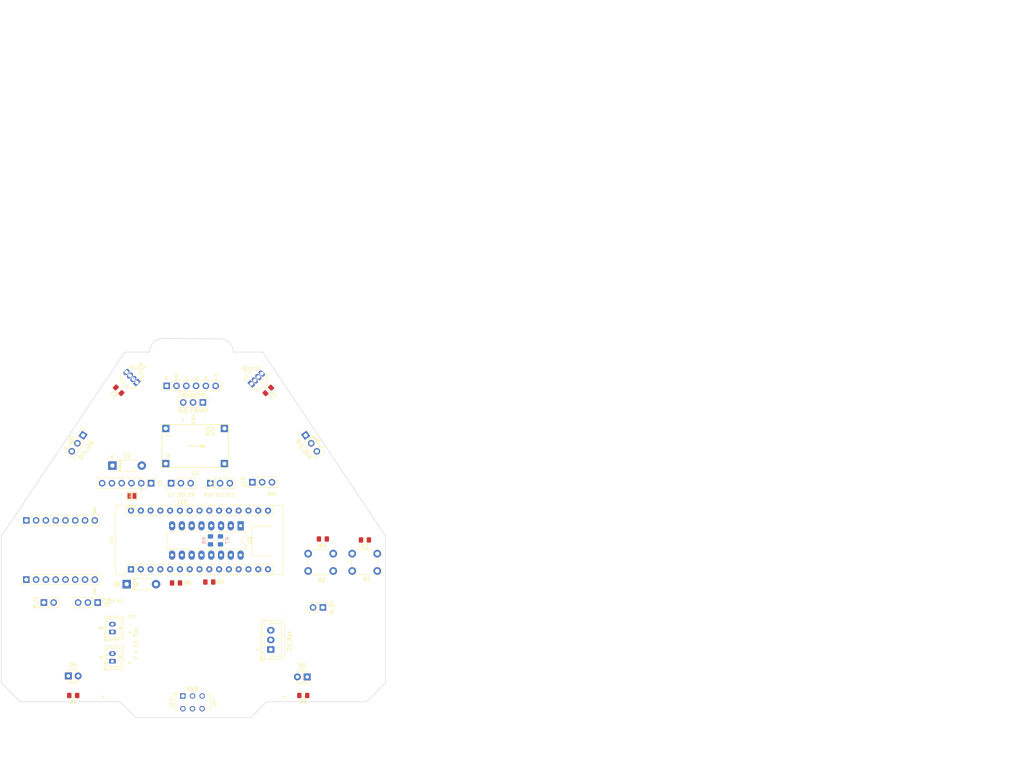
<source format=kicad_pcb>
(kicad_pcb (version 20171130) (host pcbnew "(5.0.1)-4")
  (layers (0 F.Cu signal) (31 B.Cu signal) (34 B.Paste user) (35 F.Paste user) (36 B.SilkS user) (37 F.SilkS user) (38 B.Mask user) (39 F.Mask user) (44 Edge.Cuts user))
  (net 0 "")
  (net 1 GND)
  (net 2 +5V)
  (net 3 NEO)
  (net 4 "Net-(D1-Pad1)")
  (net 5 BT_TX)
  (net 6 "Net-(D2-Pad1)")
  (net 7 "Net-(D3-Pad1)")
  (net 8 LED_R)
  (net 9 "Net-(D4-Pad2)")
  (net 10 "Net-(D5-Pad2)")
  (net 11 LED_G)
  (net 12 BAT)
  (net 13 "Net-(J1-Pad1)")
  (net 14 BT_RX)
  (net 15 "Net-(J1-Pad6)")
  (net 16 M_DER_+)
  (net 17 M_DER_-)
  (net 18 M_IZQ_-)
  (net 19 M_IZQ_+)
  (net 20 VBAT)
  (net 21 PWM_IZQ)
  (net 22 DIR_IZQ_2)
  (net 23 DIR_IZQ_1)
  (net 24 STBY_MOT)
  (net 25 DIR_DER_1)
  (net 26 DIR_DER_2)
  (net 27 PWM_DER)
  (net 28 "Net-(J6-Pad2)")
  (net 29 LINEA_SEL)
  (net 30 LINEA_3)
  (net 31 LINEA_2)
  (net 32 LINEA_1)
  (net 33 "Net-(J8-Pad2)")
  (net 34 D9)
  (net 35 D8)
  (net 36 D7)
  (net 37 D10)
  (net 38 D11)
  (net 39 D13)
  (net 40 A1)
  (net 41 DIST_IZQ)
  (net 42 DIST_FRONT)
  (net 43 DIST_DCHA)
  (net 44 VCC)
  (net 45 VDD)
  (net 46 B1)
  (net 47 B2)
  (net 48 I2C_SDA)
  (net 49 I2C_SCL)
  (net 50 "Net-(SW3-Pad1)")
  (net 51 "Net-(SW3-Pad4)")
  (net 52 "Net-(U1-Pad17)")
  (net 53 "Net-(U1-Pad18)")
  (net 54 "Net-(U1-Pad3)")
  (net 55 "Net-(U1-Pad28)")
  (net 56 "Net-(U3-Pad13)")
  (module MountingHole:MountingHole_2.2mm_M2 (layer F.Cu) (at 220.345 63.754)
    (fp_text reference REF** hide)
    (fp_text value MountingHole_2.2mm_M2 hide)
    (pad 1 np_thru_hole circle (at 0 0) (size 2.2 2.2) (drill 2.2) (layers *.Cu *.Mask))
  )
  (module MountingHole:MountingHole_2.2mm_M2 (layer F.Cu) (at 241.3 134.62)
    (fp_text reference REF** hide)
    (fp_text value MountingHole_2.2mm_M2 hide)
    (pad 1 np_thru_hole circle (at 0 0) (size 2.2 2.2) (drill 2.2) (layers *.Cu *.Mask))
  )
  (module MountingHole:MountingHole_2.2mm_M2 (layer F.Cu) (at 233.426 84.709)
    (fp_text reference REF** hide)
    (fp_text value MountingHole_2.2mm_M2 hide)
    (pad 1 np_thru_hole circle (at 0 0) (size 2.2 2.2) (drill 2.2) (layers *.Cu *.Mask))
  )
  (module MountingHole:MountingHole_2.2mm_M2 (layer F.Cu) (at 218.44 134.747)
    (fp_text reference REF** hide)
    (fp_text value MountingHole_2.2mm_M2 hide)
    (pad 1 np_thru_hole circle (at 0 0) (size 2.2 2.2) (drill 2.2) (layers *.Cu *.Mask))
  )
  (module MountingHole:MountingHole_2.2mm_M2 (layer F.Cu) (at 218.313 110.617)
    (fp_text reference REF** hide)
    (fp_text value MountingHole_2.2mm_M2 hide)
    (pad 1 np_thru_hole circle (at 0 0) (size 2.2 2.2) (drill 2.2) (layers *.Cu *.Mask))
  )
  (module MountingHole:MountingHole_2.2mm_M2 (layer F.Cu) (at 184.404 110.744)
    (fp_text reference REF** hide)
    (fp_text value MountingHole_2.2mm_M2 hide)
    (pad 1 np_thru_hole circle (at 0 0) (size 2.2 2.2) (drill 2.2) (layers *.Cu *.Mask))
  )
  (module MountingHole:MountingHole_2.2mm_M2 (layer F.Cu) (at 247.396 112.268)
    (fp_text reference REF** hide)
    (fp_text value MountingHole_2.2mm_M2 hide)
    (pad 1 np_thru_hole circle (at 0 0) (size 2.2 2.2) (drill 2.2) (layers *.Cu *.Mask))
  )
  (module MountingHole:MountingHole_2.2mm_M2 (layer F.Cu) (at 247.269 130.302)
    (fp_text reference REF** hide)
    (fp_text value MountingHole_2.2mm_M2 hide)
    (pad 1 np_thru_hole circle (at 0 0) (size 2.2 2.2) (drill 2.2) (layers *.Cu *.Mask))
  )
  (module MountingHole:MountingHole_2.2mm_M2 (layer F.Cu) (at 184.404 134.874)
    (fp_text reference REF** hide)
    (fp_text value MountingHole_2.2mm_M2 hide)
    (pad 1 np_thru_hole circle (at 0 0) (size 2.2 2.2) (drill 2.2) (layers *.Cu *.Mask))
  )
  (module MountingHole:MountingHole_2.2mm_M2 (layer F.Cu) (at 161.417 134.747)
    (fp_text reference REF** hide)
    (fp_text value MountingHole_2.2mm_M2 hide)
    (pad 1 np_thru_hole circle (at 0 0) (size 2.2 2.2) (drill 2.2) (layers *.Cu *.Mask))
  )
  (module MountingHole:MountingHole_2.2mm_M2 (layer F.Cu) (at 155.321 130.048)
    (fp_text reference REF** hide)
    (fp_text value MountingHole_2.2mm_M2 hide)
    (pad 1 np_thru_hole circle (at 0 0) (size 2.2 2.2) (drill 2.2) (layers *.Cu *.Mask))
  )
  (module MountingHole:MountingHole_2.2mm_M2 (layer F.Cu) (at 155.321 112.141)
    (fp_text reference REF** hide)
    (fp_text value MountingHole_2.2mm_M2 hide)
    (pad 1 np_thru_hole circle (at 0 0) (size 2.2 2.2) (drill 2.2) (layers *.Cu *.Mask))
  )
  (module MountingHole:MountingHole_2.2mm_M2 (layer F.Cu) (at 169.291 84.709)
    (fp_text reference REF** hide)
    (fp_text value MountingHole_2.2mm_M2 hide)
    (pad 1 np_thru_hole circle (at 0 0) (size 2.2 2.2) (drill 2.2) (layers *.Cu *.Mask))
  )
  (module MountingHole:MountingHole_2.2mm_M2 (layer F.Cu) (at 182.372 63.754)
    (fp_text reference REF** hide)
    (fp_text value MountingHole_2.2mm_M2 hide)
    (pad 1 np_thru_hole circle (at 0 0) (size 2.2 2.2) (drill 2.2) (layers *.Cu *.Mask))
  )
  (module MountingHole:MountingHole_2.2mm_M2 (layer F.Cu) (at 208.28 46.736)
    (fp_text reference REF** hide)
    (fp_text value MountingHole_2.2mm_M2 hide)
    (pad 1 np_thru_hole circle (at 0 0) (size 2.2 2.2) (drill 2.2) (layers *.Cu *.Mask))
  )
  (module Capacitor_SMD:C_0805_2012Metric_Pad1.15x1.40mm_HandSolder (layer F.Cu) (at 181.9656 56.642 135)
    (fp_text reference C1 (at 0 -1.65 135) (layer F.SilkS))
    (fp_text value 100nF)
    (pad 1 smd roundrect (at -1.024999 0 135) (size 1.15 1.4) (layers F.Cu F.Paste F.Mask) (roundrect_rratio 0.217391) (net 1 GND))
    (pad 2 smd roundrect (at 1.024999 0 135) (size 1.15 1.4) (layers F.Cu F.Paste F.Mask) (roundrect_rratio 0.217391) (net 2 +5V))
  )
  (module Capacitor_SMD:C_0805_2012Metric_Pad1.15x1.40mm_HandSolder (layer F.Cu) (at 220.790384 56.679216 45)
    (fp_text reference C2 (at -0.109013 1.814012 45) (layer F.SilkS))
    (fp_text value 100nF)
    (pad 2 smd roundrect (at 1.024999 0 45) (size 1.15 1.4) (layers F.Cu F.Paste F.Mask) (roundrect_rratio 0.217391) (net 2 +5V))
    (pad 1 smd roundrect (at -1.024999 0 45) (size 1.15 1.4) (layers F.Cu F.Paste F.Mask) (roundrect_rratio 0.217391) (net 1 GND))
  )
  (module LED_THT:LED_D5.0mm-4_RGB (layer F.Cu) (at 216.408 54.991 45)
    (fp_text reference D1 (at 1.905 -3.96 45) (layer F.SilkS))
    (fp_text value NEO1)
    (pad 4 thru_hole oval (at 3.81 0 45) (size 1.07 1.8) (drill 0.9) (layers *.Cu *.Mask) (net 3 NEO))
    (pad 3 thru_hole oval (at 2.54 0 45) (size 1.07 1.8) (drill 0.9) (layers *.Cu *.Mask) (net 2 +5V))
    (pad 2 thru_hole oval (at 1.270001 0 45) (size 1.07 1.8) (drill 0.9) (layers *.Cu *.Mask) (net 1 GND))
    (pad 1 thru_hole rect (at 0 0 45) (size 1.07 1.8) (drill 0.9) (layers *.Cu *.Mask) (net 4 "Net-(D1-Pad1)"))
  )
  (module Diode_THT:D_DO-41_SOD81_P7.62mm_Horizontal (layer F.Cu) (at 180.34 76.2)
    (fp_text reference D2 (at 3.81 -2.47) (layer F.SilkS))
    (fp_text value 1N4148)
    (fp_text user K (at 0 -2.1) (layer F.SilkS))
    (pad 2 thru_hole oval (at 7.62 0) (size 2.2 2.2) (drill 1.1) (layers *.Cu *.Mask) (net 5 BT_TX))
    (pad 1 thru_hole rect (at 0 0) (size 2.2 2.2) (drill 1.1) (layers *.Cu *.Mask) (net 6 "Net-(D2-Pad1)"))
  )
  (module LED_THT:LED_D5.0mm-4_RGB (layer F.Cu) (at 186.69 54.61 135)
    (fp_text reference D3 (at 2.065459 3.86151 135) (layer F.SilkS))
    (fp_text value NEO2)
    (pad 1 thru_hole rect (at 0 0 135) (size 1.07 1.8) (drill 0.9) (layers *.Cu *.Mask) (net 7 "Net-(D3-Pad1)"))
    (pad 2 thru_hole oval (at 1.270001 0 135) (size 1.07 1.8) (drill 0.9) (layers *.Cu *.Mask) (net 1 GND))
    (pad 3 thru_hole oval (at 2.54 0 135) (size 1.07 1.8) (drill 0.9) (layers *.Cu *.Mask) (net 2 +5V))
    (pad 4 thru_hole oval (at 3.81 0 135) (size 1.07 1.8) (drill 0.9) (layers *.Cu *.Mask) (net 4 "Net-(D1-Pad1)"))
  )
  (module LED_THT:LED_D3.0mm (layer F.Cu) (at 168.91 130.81)
    (fp_text reference D4 (at 1.27 -2.96) (layer F.SilkS))
    (fp_text value ROJO)
    (pad 1 thru_hole rect (at 0 0) (size 1.8 1.8) (drill 0.9) (layers *.Cu *.Mask) (net 8 LED_R))
    (pad 2 thru_hole circle (at 2.54 0) (size 1.8 1.8) (drill 0.9) (layers *.Cu *.Mask) (net 9 "Net-(D4-Pad2)"))
  )
  (module LED_THT:LED_D3.0mm (layer F.Cu) (at 230.886 131.064 180)
    (fp_text reference D5 (at 1.27 2.921 180) (layer F.SilkS))
    (fp_text value VERDE)
    (pad 2 thru_hole circle (at 2.54 0 180) (size 1.8 1.8) (drill 0.9) (layers *.Cu *.Mask) (net 10 "Net-(D5-Pad2)"))
    (pad 1 thru_hole rect (at 0 0 180) (size 1.8 1.8) (drill 0.9) (layers *.Cu *.Mask) (net 11 LED_G))
  )
  (module Diode_THT:D_DO-41_SOD81_P7.62mm_Horizontal (layer F.Cu) (at 184.0484 106.9848)
    (fp_text reference D6 (at -2.5654 -0.0508) (layer F.SilkS))
    (fp_text value 1N4001)
    (fp_text user K (at 2.7686 0.0762) (layer F.SilkS))
    (pad 1 thru_hole rect (at 0 0) (size 2.2 2.2) (drill 1.1) (layers *.Cu *.Mask) (net 2 +5V))
    (pad 2 thru_hole oval (at 7.62 0) (size 2.2 2.2) (drill 1.1) (layers *.Cu *.Mask) (net 12 BAT))
  )
  (module Connector_PinHeader_2.54mm:PinHeader_1x06_P2.54mm_Vertical (layer F.Cu) (at 190.373 80.772 270)
    (fp_text reference J1 (at 0 -2.33 270) (layer F.SilkS))
    (fp_text value HC-05)
    (pad 1 thru_hole rect (at 0 0 270) (size 1.7 1.7) (drill 1) (layers *.Cu *.Mask) (net 13 "Net-(J1-Pad1)"))
    (pad 2 thru_hole oval (at 0 2.54 270) (size 1.7 1.7) (drill 1) (layers *.Cu *.Mask) (net 2 +5V))
    (pad 3 thru_hole oval (at 0 5.08 270) (size 1.7 1.7) (drill 1) (layers *.Cu *.Mask) (net 1 GND))
    (pad 4 thru_hole oval (at 0 7.62 270) (size 1.7 1.7) (drill 1) (layers *.Cu *.Mask) (net 6 "Net-(D2-Pad1)"))
    (pad 5 thru_hole oval (at 0 10.16 270) (size 1.7 1.7) (drill 1) (layers *.Cu *.Mask) (net 14 BT_RX))
    (pad 6 thru_hole oval (at 0 12.7 270) (size 1.7 1.7) (drill 1) (layers *.Cu *.Mask) (net 15 "Net-(J1-Pad6)"))
  )
  (module Connector_PinHeader_2.54mm:PinHeader_1x08_P2.54mm_Vertical (layer F.Cu) (at 158.005527 105.793265 90)
    (fp_text reference J2 hide)
    (fp_text value TB6612FNG_A)
    (pad 8 thru_hole oval (at 0 17.78 90) (size 1.7 1.7) (drill 1) (layers *.Cu *.Mask) (net 1 GND))
    (pad 7 thru_hole oval (at 0 15.24 90) (size 1.7 1.7) (drill 1) (layers *.Cu *.Mask) (net 16 M_DER_+))
    (pad 6 thru_hole oval (at 0 12.7 90) (size 1.7 1.7) (drill 1) (layers *.Cu *.Mask) (net 17 M_DER_-))
    (pad 5 thru_hole oval (at 0 10.16 90) (size 1.7 1.7) (drill 1) (layers *.Cu *.Mask) (net 18 M_IZQ_-))
    (pad 4 thru_hole oval (at 0 7.62 90) (size 1.7 1.7) (drill 1) (layers *.Cu *.Mask) (net 19 M_IZQ_+))
    (pad 3 thru_hole oval (at 0 5.08 90) (size 1.7 1.7) (drill 1) (layers *.Cu *.Mask) (net 1 GND))
    (pad 2 thru_hole oval (at 0 2.54 90) (size 1.7 1.7) (drill 1) (layers *.Cu *.Mask) (net 2 +5V))
    (pad 1 thru_hole rect (at 0 0 90) (size 1.7 1.7) (drill 1) (layers *.Cu *.Mask) (net 20 VBAT))
  )
  (module Connector_PinHeader_2.54mm:PinHeader_1x02_P2.54mm_Vertical (layer F.Cu) (at 162.56 111.76 90)
    (fp_text reference M_Iz (at 0 -2.33 90) (layer F.SilkS))
    (fp_text value MOT_IZQ)
    (pad 2 thru_hole oval (at 0 2.54 90) (size 1.7 1.7) (drill 1) (layers *.Cu *.Mask) (net 19 M_IZQ_+))
    (pad 1 thru_hole rect (at 0 0 90) (size 1.7 1.7) (drill 1) (layers *.Cu *.Mask) (net 18 M_IZQ_-))
  )
  (module Connector_PinHeader_2.54mm:PinHeader_1x02_P2.54mm_Vertical (layer F.Cu) (at 234.95 113.03 270)
    (fp_text reference M_Dr (at 0 -2.33 270) (layer F.SilkS))
    (fp_text value MOT_DER)
    (pad 1 thru_hole rect (at 0 0 270) (size 1.7 1.7) (drill 1) (layers *.Cu *.Mask) (net 17 M_DER_-))
    (pad 2 thru_hole oval (at 0 2.54 270) (size 1.7 1.7) (drill 1) (layers *.Cu *.Mask) (net 16 M_DER_+))
  )
  (module Connector_PinHeader_2.54mm:PinHeader_1x08_P2.54mm_Vertical (layer F.Cu) (at 158.005527 90.426266 90)
    (fp_text reference J5 hide)
    (fp_text value TB6612FNG_B)
    (pad 1 thru_hole rect (at 0 0 90) (size 1.7 1.7) (drill 1) (layers *.Cu *.Mask) (net 21 PWM_IZQ))
    (pad 2 thru_hole oval (at 0 2.54 90) (size 1.7 1.7) (drill 1) (layers *.Cu *.Mask) (net 22 DIR_IZQ_2))
    (pad 3 thru_hole oval (at 0 5.08 90) (size 1.7 1.7) (drill 1) (layers *.Cu *.Mask) (net 23 DIR_IZQ_1))
    (pad 4 thru_hole oval (at 0 7.62 90) (size 1.7 1.7) (drill 1) (layers *.Cu *.Mask) (net 24 STBY_MOT))
    (pad 5 thru_hole oval (at 0 10.16 90) (size 1.7 1.7) (drill 1) (layers *.Cu *.Mask) (net 25 DIR_DER_1))
    (pad 6 thru_hole oval (at 0 12.7 90) (size 1.7 1.7) (drill 1) (layers *.Cu *.Mask) (net 26 DIR_DER_2))
    (pad 7 thru_hole oval (at 0 15.24 90) (size 1.7 1.7) (drill 1) (layers *.Cu *.Mask) (net 27 PWM_DER))
    (pad 8 thru_hole oval (at 0 17.78 90) (size 1.7 1.7) (drill 1) (layers *.Cu *.Mask) (net 1 GND))
  )
  (module Connector_JST:JST_XH_B03B-XH-A_1x03_P2.50mm_Vertical (layer F.Cu) (at 221.4372 123.952 90)
    (fp_text reference 2S_Bat (at 2.159 4.8768 90) (layer F.SilkS))
    (fp_text value LIPO_2S)
    (pad 1 thru_hole roundrect (at 0 0 90) (size 1.7 1.95) (drill 0.95) (layers *.Cu *.Mask) (roundrect_rratio 0.147059) (net 20 VBAT))
    (pad 2 thru_hole oval (at 2.5 0 90) (size 1.7 1.95) (drill 0.95) (layers *.Cu *.Mask) (net 28 "Net-(J6-Pad2)"))
    (pad 3 thru_hole oval (at 5 0 90) (size 1.7 1.95) (drill 0.95) (layers *.Cu *.Mask) (net 1 GND))
  )
  (module Connector_PinHeader_2.54mm:PinHeader_1x06_P2.54mm_Vertical (layer F.Cu) (at 194.437 55.499 90)
    (fp_text reference Sensores (at -2.159 6.477 180) (layer F.SilkS))
    (fp_text value Sensores_linea)
    (pad 6 thru_hole oval (at 0 12.7 90) (size 1.7 1.7) (drill 1) (layers *.Cu *.Mask) (net 29 LINEA_SEL))
    (pad 5 thru_hole oval (at 0 10.16 90) (size 1.7 1.7) (drill 1) (layers *.Cu *.Mask) (net 30 LINEA_3))
    (pad 4 thru_hole oval (at 0 7.62 90) (size 1.7 1.7) (drill 1) (layers *.Cu *.Mask) (net 31 LINEA_2))
    (pad 3 thru_hole oval (at 0 5.08 90) (size 1.7 1.7) (drill 1) (layers *.Cu *.Mask) (net 32 LINEA_1))
    (pad 2 thru_hole oval (at 0 2.54 90) (size 1.7 1.7) (drill 1) (layers *.Cu *.Mask) (net 1 GND))
    (pad 1 thru_hole rect (at 0 0 90) (size 1.7 1.7) (drill 1) (layers *.Cu *.Mask) (net 2 +5V))
  )
  (module Connector_JST:JST_PH_B2B-PH-K_1x02_P2.00mm_Vertical (layer F.Cu) (at 180.34 127 90)
    (fp_text reference A (at 1 -2.9 90) (layer F.SilkS))
    (fp_text value LIPO_1S_A)
    (pad 1 thru_hole roundrect (at 0 0 90) (size 1.2 1.75) (drill 0.75) (layers *.Cu *.Mask) (roundrect_rratio 0.208333) (net 20 VBAT))
    (pad 2 thru_hole oval (at 2 0 90) (size 1.2 1.75) (drill 0.75) (layers *.Cu *.Mask) (net 33 "Net-(J8-Pad2)"))
  )
  (module Connector_JST:JST_PH_B2B-PH-K_1x02_P2.00mm_Vertical (layer F.Cu) (at 180.34 119.38 90)
    (fp_text reference B (at 1 -2.9 90) (layer F.SilkS))
    (fp_text value LIPO_1S_B)
    (pad 2 thru_hole oval (at 2 0 90) (size 1.2 1.75) (drill 0.75) (layers *.Cu *.Mask) (net 1 GND))
    (pad 1 thru_hole roundrect (at 0 0 90) (size 1.2 1.75) (drill 0.75) (layers *.Cu *.Mask) (roundrect_rratio 0.208333) (net 33 "Net-(J8-Pad2)"))
  )
  (module Connector_PinHeader_2.54mm:PinHeader_1x03_P2.54mm_Vertical (layer F.Cu) (at 195.58 80.772 90)
    (fp_text reference J10 (at -4.826 2.794 180) (layer F.SilkS))
    (fp_text value AUX1)
    (pad 1 thru_hole rect (at 0 0 90) (size 1.7 1.7) (drill 1) (layers *.Cu *.Mask) (net 36 D7))
    (pad 2 thru_hole oval (at 0 2.54 90) (size 1.7 1.7) (drill 1) (layers *.Cu *.Mask) (net 35 D8))
    (pad 3 thru_hole oval (at 0 5.08 90) (size 1.7 1.7) (drill 1) (layers *.Cu *.Mask) (net 34 D9))
  )
  (module Connector_PinHeader_2.54mm:PinHeader_1x03_P2.54mm_Vertical (layer F.Cu) (at 205.74 80.772 90)
    (fp_text reference J11 (at 0 0.508 90) (layer F.SilkS))
    (fp_text value AUX2)
    (pad 3 thru_hole oval (at 0 5.08 90) (size 1.7 1.7) (drill 1) (layers *.Cu *.Mask) (net 39 D13))
    (pad 2 thru_hole oval (at 0 2.54 90) (size 1.7 1.7) (drill 1) (layers *.Cu *.Mask) (net 38 D11))
    (pad 1 thru_hole rect (at 0 0 90) (size 1.7 1.7) (drill 1) (layers *.Cu *.Mask) (net 37 D10))
  )
  (module Connector_PinHeader_2.54mm:PinHeader_1x03_P2.54mm_Vertical (layer F.Cu) (at 176.53 111.76 270)
    (fp_text reference J12 (at 0 -2.33 270) (layer F.SilkS))
    (fp_text value AUX3)
    (pad 3 thru_hole oval (at 0 5.08 270) (size 1.7 1.7) (drill 1) (layers *.Cu *.Mask) (net 2 +5V))
    (pad 2 thru_hole oval (at 0 2.54 270) (size 1.7 1.7) (drill 1) (layers *.Cu *.Mask) (net 2 +5V))
    (pad 1 thru_hole rect (at 0 0 270) (size 1.7 1.7) (drill 1) (layers *.Cu *.Mask) (net 40 A1))
  )
  (module Connector_PinHeader_2.54mm:PinHeader_1x03_P2.54mm_Vertical (layer F.Cu) (at 216.662 80.518 90)
    (fp_text reference J13 (at 0 -2.33 90) (layer F.SilkS))
    (fp_text value AUX4)
    (pad 3 thru_hole oval (at 0 5.08 90) (size 1.7 1.7) (drill 1) (layers *.Cu *.Mask) (net 1 GND))
    (pad 2 thru_hole oval (at 0 2.54 90) (size 1.7 1.7) (drill 1) (layers *.Cu *.Mask) (net 1 GND))
    (pad 1 thru_hole rect (at 0 0 90) (size 1.7 1.7) (drill 1) (layers *.Cu *.Mask) (net 1 GND))
  )
  (module Connector_PinHeader_2.54mm:PinHeader_1x03_P2.54mm_Vertical (layer F.Cu) (at 172.72 68.326 325)
    (fp_text reference DIS_IZQ (at 2.80952 2.683904 55) (layer F.SilkS))
    (fp_text value DIST_IZQ)
    (pad 1 thru_hole rect (at 0 0 325) (size 1.7 1.7) (drill 1) (layers *.Cu *.Mask) (net 41 DIST_IZQ))
    (pad 2 thru_hole oval (at 0 2.54 325) (size 1.7 1.7) (drill 1) (layers *.Cu *.Mask) (net 1 GND))
    (pad 3 thru_hole oval (at 0 5.08 325) (size 1.7 1.7) (drill 1) (layers *.Cu *.Mask) (net 2 +5V))
  )
  (module Connector_PinHeader_2.54mm:PinHeader_1x03_P2.54mm_Vertical (layer F.Cu) (at 203.8096 59.7916 270)
    (fp_text reference DIS_FRONT (at 2.1844 2.5146) (layer F.SilkS))
    (fp_text value DIST_FRONT)
    (pad 3 thru_hole oval (at 0 5.08 270) (size 1.7 1.7) (drill 1) (layers *.Cu *.Mask) (net 2 +5V))
    (pad 2 thru_hole oval (at 0 2.54 270) (size 1.7 1.7) (drill 1) (layers *.Cu *.Mask) (net 1 GND))
    (pad 1 thru_hole rect (at 0 0 270) (size 1.7 1.7) (drill 1) (layers *.Cu *.Mask) (net 42 DIST_FRONT))
  )
  (module Connector_PinHeader_2.54mm:PinHeader_1x03_P2.54mm_Vertical (layer F.Cu) (at 230.4796 68.326 35)
    (fp_text reference DIS_DER (at -2.507805 2.740129 125) (layer F.SilkS))
    (fp_text value DIST_DCHA)
    (pad 1 thru_hole rect (at 0 0 35) (size 1.7 1.7) (drill 1) (layers *.Cu *.Mask) (net 43 DIST_DCHA))
    (pad 2 thru_hole oval (at 0 2.54 35) (size 1.7 1.7) (drill 1) (layers *.Cu *.Mask) (net 1 GND))
    (pad 3 thru_hole oval (at 0 5.08 35) (size 1.7 1.7) (drill 1) (layers *.Cu *.Mask) (net 2 +5V))
  )
  (module Jumper:SolderJumper-2_P1.3mm_Open_Pad1.0x1.5mm (layer F.Cu) (at 185.42 84.074)
    (fp_text reference JP1 (at -0.112 3.048) (layer F.SilkS))
    (fp_text value Jumper)
    (pad 2 smd rect (at 0.65 0) (size 1 1.5) (layers F.Cu F.Mask) (net 44 VCC))
    (pad 1 smd rect (at -0.65 0) (size 1 1.5) (layers F.Cu F.Mask) (net 45 VDD))
  )
  (module Resistor_SMD:R_0805_2012Metric_Pad1.15x1.40mm_HandSolder (layer F.Cu) (at 170.18 135.89 180)
    (fp_text reference R1 (at 0 -1.65 180) (layer F.SilkS))
    (fp_text value 220)
    (pad 1 smd roundrect (at -1.025 0 180) (size 1.15 1.4) (layers F.Cu F.Paste F.Mask) (roundrect_rratio 0.217391) (net 2 +5V))
    (pad 2 smd roundrect (at 1.025 0 180) (size 1.15 1.4) (layers F.Cu F.Paste F.Mask) (roundrect_rratio 0.217391) (net 9 "Net-(D4-Pad2)"))
  )
  (module Resistor_SMD:R_0805_2012Metric_Pad1.15x1.40mm_HandSolder (layer F.Cu) (at 229.87 135.89)
    (fp_text reference R2 (at 0 1.524) (layer F.SilkS))
    (fp_text value 220)
    (pad 2 smd roundrect (at 1.025 0) (size 1.15 1.4) (layers F.Cu F.Paste F.Mask) (roundrect_rratio 0.217391) (net 10 "Net-(D5-Pad2)"))
    (pad 1 smd roundrect (at -1.025 0) (size 1.15 1.4) (layers F.Cu F.Paste F.Mask) (roundrect_rratio 0.217391) (net 2 +5V))
  )
  (module Resistor_SMD:R_0805_2012Metric_Pad1.15x1.40mm_HandSolder (layer F.Cu) (at 245.872 95.504 180)
    (fp_text reference R3 (at 0 -1.778 180) (layer F.SilkS))
    (fp_text value 10K)
    (pad 2 smd roundrect (at 1.025 0 180) (size 1.15 1.4) (layers F.Cu F.Paste F.Mask) (roundrect_rratio 0.217391) (net 46 B1))
    (pad 1 smd roundrect (at -1.025 0 180) (size 1.15 1.4) (layers F.Cu F.Paste F.Mask) (roundrect_rratio 0.217391) (net 2 +5V))
  )
  (module Resistor_SMD:R_0805_2012Metric_Pad1.15x1.40mm_HandSolder (layer F.Cu) (at 234.95 95.25)
    (fp_text reference R4 (at -0.059799 1.8542) (layer F.SilkS))
    (fp_text value 10K)
    (pad 2 smd roundrect (at 1.025 0) (size 1.15 1.4) (layers F.Cu F.Paste F.Mask) (roundrect_rratio 0.217391) (net 47 B2))
    (pad 1 smd roundrect (at -1.025 0) (size 1.15 1.4) (layers F.Cu F.Paste F.Mask) (roundrect_rratio 0.217391) (net 2 +5V))
  )
  (module Resistor_SMD:R_0805_2012Metric_Pad1.15x1.40mm_HandSolder (layer F.Cu) (at 205.486 106.426)
    (fp_text reference R5 (at 2.93 0) (layer F.SilkS))
    (fp_text value 82K)
    (pad 2 smd roundrect (at 1.025 0) (size 1.15 1.4) (layers F.Cu F.Paste F.Mask) (roundrect_rratio 0.217391) (net 12 BAT))
    (pad 1 smd roundrect (at -1.025 0) (size 1.15 1.4) (layers F.Cu F.Paste F.Mask) (roundrect_rratio 0.217391) (net 45 VDD))
  )
  (module Resistor_SMD:R_0805_2012Metric_Pad1.15x1.40mm_HandSolder (layer F.Cu) (at 196.85 106.68 180)
    (fp_text reference R6 (at -2.93 0 180) (layer F.SilkS))
    (fp_text value 120K)
    (pad 1 smd roundrect (at -1.025 0 180) (size 1.15 1.4) (layers F.Cu F.Paste F.Mask) (roundrect_rratio 0.217391) (net 12 BAT))
    (pad 2 smd roundrect (at 1.025 0 180) (size 1.15 1.4) (layers F.Cu F.Paste F.Mask) (roundrect_rratio 0.217391) (net 1 GND))
  )
  (module Resistor_SMD:R_0805_2012Metric_Pad1.15x1.40mm_HandSolder (layer B.Cu) (at 208.3816 95.614599 270)
    (fp_text reference R7 (at 0 -1.8034 270) (layer B.SilkS) (effects (justify mirror)))
    (fp_text value 1k)
    (pad 1 smd roundrect (at -1.025 0 270) (size 1.15 1.4) (layers B.Cu B.Paste B.Mask) (roundrect_rratio 0.217391) (net 2 +5V))
    (pad 2 smd roundrect (at 1.025 0 270) (size 1.15 1.4) (layers B.Cu B.Paste B.Mask) (roundrect_rratio 0.217391) (net 48 I2C_SDA))
  )
  (module Resistor_SMD:R_0805_2012Metric_Pad1.15x1.40mm_HandSolder (layer B.Cu) (at 205.7908 95.614599 270)
    (fp_text reference R8 (at 0 1.65 270) (layer B.SilkS) (effects (justify mirror)))
    (fp_text value 1k)
    (pad 2 smd roundrect (at 1.025 0 270) (size 1.15 1.4) (layers B.Cu B.Paste B.Mask) (roundrect_rratio 0.217391) (net 49 I2C_SCL))
    (pad 1 smd roundrect (at -1.025 0 270) (size 1.15 1.4) (layers B.Cu B.Paste B.Mask) (roundrect_rratio 0.217391) (net 2 +5V))
  )
  (module Button_Switch_THT:SW_PUSH_6mm (layer F.Cu) (at 242.57 99.06)
    (fp_text reference B1 (at 3.81 6.604) (layer F.SilkS))
    (fp_text value B1)
    (pad 1 thru_hole circle (at 6.5 0 90) (size 2 2) (drill 1.1) (layers *.Cu *.Mask) (net 46 B1))
    (pad 2 thru_hole circle (at 6.5 4.5 90) (size 2 2) (drill 1.1) (layers *.Cu *.Mask) (net 1 GND))
    (pad 1 thru_hole circle (at 0 0 90) (size 2 2) (drill 1.1) (layers *.Cu *.Mask) (net 46 B1))
    (pad 2 thru_hole circle (at 0 4.5 90) (size 2 2) (drill 1.1) (layers *.Cu *.Mask) (net 1 GND))
  )
  (module Button_Switch_THT:SW_PUSH_6mm (layer F.Cu) (at 231.14 99.06)
    (fp_text reference B2 (at 3.556 6.858) (layer F.SilkS))
    (fp_text value B2)
    (pad 1 thru_hole circle (at 6.5 0 90) (size 2 2) (drill 1.1) (layers *.Cu *.Mask) (net 47 B2))
    (pad 2 thru_hole circle (at 6.5 4.5 90) (size 2 2) (drill 1.1) (layers *.Cu *.Mask) (net 1 GND))
    (pad 1 thru_hole circle (at 0 0 90) (size 2 2) (drill 1.1) (layers *.Cu *.Mask) (net 47 B2))
    (pad 2 thru_hole circle (at 0 4.5 90) (size 2 2) (drill 1.1) (layers *.Cu *.Mask) (net 1 GND))
  )
  (module Button_Switch_THT:SW_CuK_JS202011CQN_DPDT_Straight (layer F.Cu) (at 198.628 136.017)
    (fp_text reference SW3 (at 2.54 -1.778) (layer F.SilkS))
    (fp_text value SW_DPDT_x2)
    (pad 1 thru_hole rect (at 0 0) (size 1.4 1.4) (drill 0.9) (layers *.Cu *.Mask) (net 50 "Net-(SW3-Pad1)"))
    (pad 2 thru_hole circle (at 2.5 0) (size 1.4 1.4) (drill 0.9) (layers *.Cu *.Mask) (net 20 VBAT))
    (pad 3 thru_hole circle (at 5 0) (size 1.4 1.4) (drill 0.9) (layers *.Cu *.Mask) (net 45 VDD))
    (pad 4 thru_hole circle (at 0 3.3) (size 1.4 1.4) (drill 0.9) (layers *.Cu *.Mask) (net 51 "Net-(SW3-Pad4)"))
    (pad 5 thru_hole circle (at 2.5 3.3) (size 1.4 1.4) (drill 0.9) (layers *.Cu *.Mask) (net 2 +5V))
    (pad 6 thru_hole circle (at 5 3.3) (size 1.4 1.4) (drill 0.9) (layers *.Cu *.Mask) (net 24 STBY_MOT))
  )
  (module Module:Arduino_Nano (layer F.Cu) (at 185.166 103.124 90)
    (fp_text reference U1 (at 7.62 -5.08 90) (layer F.SilkS))
    (fp_text value Arduino_Nano_v3.x)
    (pad 1 thru_hole rect (at 0 0 90) (size 1.6 1.6) (drill 0.8) (layers *.Cu *.Mask) (net 14 BT_RX))
    (pad 17 thru_hole oval (at 15.24 33.02 90) (size 1.6 1.6) (drill 0.8) (layers *.Cu *.Mask) (net 52 "Net-(U1-Pad17)"))
    (pad 2 thru_hole oval (at 0 2.54 90) (size 1.6 1.6) (drill 0.8) (layers *.Cu *.Mask) (net 5 BT_TX))
    (pad 18 thru_hole oval (at 15.24 30.48 90) (size 1.6 1.6) (drill 0.8) (layers *.Cu *.Mask) (net 53 "Net-(U1-Pad18)"))
    (pad 3 thru_hole oval (at 0 5.08 90) (size 1.6 1.6) (drill 0.8) (layers *.Cu *.Mask) (net 54 "Net-(U1-Pad3)"))
    (pad 19 thru_hole oval (at 15.24 27.94 90) (size 1.6 1.6) (drill 0.8) (layers *.Cu *.Mask) (net 12 BAT))
    (pad 4 thru_hole oval (at 0 7.62 90) (size 1.6 1.6) (drill 0.8) (layers *.Cu *.Mask) (net 1 GND))
    (pad 20 thru_hole oval (at 15.24 25.4 90) (size 1.6 1.6) (drill 0.8) (layers *.Cu *.Mask) (net 40 A1))
    (pad 5 thru_hole oval (at 0 10.16 90) (size 1.6 1.6) (drill 0.8) (layers *.Cu *.Mask) (net 3 NEO))
    (pad 21 thru_hole oval (at 15.24 22.86 90) (size 1.6 1.6) (drill 0.8) (layers *.Cu *.Mask) (net 32 LINEA_1))
    (pad 6 thru_hole oval (at 0 12.7 90) (size 1.6 1.6) (drill 0.8) (layers *.Cu *.Mask) (net 27 PWM_DER))
    (pad 22 thru_hole oval (at 15.24 20.32 90) (size 1.6 1.6) (drill 0.8) (layers *.Cu *.Mask) (net 31 LINEA_2))
    (pad 7 thru_hole oval (at 0 15.24 90) (size 1.6 1.6) (drill 0.8) (layers *.Cu *.Mask) (net 48 I2C_SDA))
    (pad 23 thru_hole oval (at 15.24 17.78 90) (size 1.6 1.6) (drill 0.8) (layers *.Cu *.Mask) (net 30 LINEA_3))
    (pad 8 thru_hole oval (at 0 17.78 90) (size 1.6 1.6) (drill 0.8) (layers *.Cu *.Mask) (net 49 I2C_SCL))
    (pad 24 thru_hole oval (at 15.24 15.24 90) (size 1.6 1.6) (drill 0.8) (layers *.Cu *.Mask) (net 43 DIST_DCHA))
    (pad 9 thru_hole oval (at 0 20.32 90) (size 1.6 1.6) (drill 0.8) (layers *.Cu *.Mask) (net 21 PWM_IZQ))
    (pad 25 thru_hole oval (at 15.24 12.7 90) (size 1.6 1.6) (drill 0.8) (layers *.Cu *.Mask) (net 42 DIST_FRONT))
    (pad 10 thru_hole oval (at 0 22.86 90) (size 1.6 1.6) (drill 0.8) (layers *.Cu *.Mask) (net 36 D7))
    (pad 26 thru_hole oval (at 15.24 10.16 90) (size 1.6 1.6) (drill 0.8) (layers *.Cu *.Mask) (net 41 DIST_IZQ))
    (pad 11 thru_hole oval (at 0 25.4 90) (size 1.6 1.6) (drill 0.8) (layers *.Cu *.Mask) (net 35 D8))
    (pad 27 thru_hole oval (at 15.24 7.62 90) (size 1.6 1.6) (drill 0.8) (layers *.Cu *.Mask) (net 2 +5V))
    (pad 12 thru_hole oval (at 0 27.94 90) (size 1.6 1.6) (drill 0.8) (layers *.Cu *.Mask) (net 34 D9))
    (pad 28 thru_hole oval (at 15.24 5.08 90) (size 1.6 1.6) (drill 0.8) (layers *.Cu *.Mask) (net 55 "Net-(U1-Pad28)"))
    (pad 13 thru_hole oval (at 0 30.48 90) (size 1.6 1.6) (drill 0.8) (layers *.Cu *.Mask) (net 37 D10))
    (pad 29 thru_hole oval (at 15.24 2.54 90) (size 1.6 1.6) (drill 0.8) (layers *.Cu *.Mask) (net 1 GND))
    (pad 14 thru_hole oval (at 0 33.02 90) (size 1.6 1.6) (drill 0.8) (layers *.Cu *.Mask) (net 38 D11))
    (pad 30 thru_hole oval (at 15.24 0 90) (size 1.6 1.6) (drill 0.8) (layers *.Cu *.Mask) (net 44 VCC))
    (pad 15 thru_hole oval (at 0 35.56 90) (size 1.6 1.6) (drill 0.8) (layers *.Cu *.Mask) (net 29 LINEA_SEL))
    (pad 16 thru_hole oval (at 15.24 35.56 90) (size 1.6 1.6) (drill 0.8) (layers *.Cu *.Mask) (net 39 D13))
  )
  (module Converter_DCDC:DC-DC-MP2307 (layer F.Cu) (at 201.93 71.12)
    (fp_text reference U2 (at 0 6.985) (layer F.SilkS))
    (fp_text value DC-DC_BuckModule)
    (pad 1 thru_hole rect (at -7.747 4.572) (size 1.9 1.9) (drill 1.02) (layers *.Cu *.Mask) (net 45 VDD))
    (pad 2 thru_hole rect (at -7.747 -4.572) (size 1.9 1.9) (drill 1.04) (layers *.Cu *.Mask) (net 1 GND))
    (pad 3 thru_hole rect (at 7.493 4.572) (size 1.9 1.9) (drill 1.04) (layers *.Cu *.Mask) (net 2 +5V))
    (pad 4 thru_hole rect (at 7.493 -4.572) (size 1.9 1.9) (drill 1.04) (layers *.Cu *.Mask) (net 1 GND))
  )
  (module Package_DIP:DIP-16_W7.62mm_LongPads (layer F.Cu) (at 213.614 91.821 270)
    (fp_text reference U3 (at 3.81 -2.33 270) (layer F.SilkS))
    (fp_text value PCF8574)
    (pad 1 thru_hole rect (at 0 0 270) (size 2.4 1.6) (drill 0.8) (layers *.Cu *.Mask) (net 1 GND))
    (pad 9 thru_hole oval (at 7.62 17.78 270) (size 2.4 1.6) (drill 0.8) (layers *.Cu *.Mask) (net 25 DIR_DER_1))
    (pad 2 thru_hole oval (at 0 2.54 270) (size 2.4 1.6) (drill 0.8) (layers *.Cu *.Mask) (net 1 GND))
    (pad 10 thru_hole oval (at 7.62 15.24 270) (size 2.4 1.6) (drill 0.8) (layers *.Cu *.Mask) (net 26 DIR_DER_2))
    (pad 3 thru_hole oval (at 0 5.08 270) (size 2.4 1.6) (drill 0.8) (layers *.Cu *.Mask) (net 1 GND))
    (pad 11 thru_hole oval (at 7.62 12.7 270) (size 2.4 1.6) (drill 0.8) (layers *.Cu *.Mask) (net 46 B1))
    (pad 4 thru_hole oval (at 0 7.62 270) (size 2.4 1.6) (drill 0.8) (layers *.Cu *.Mask) (net 11 LED_G))
    (pad 12 thru_hole oval (at 7.62 10.16 270) (size 2.4 1.6) (drill 0.8) (layers *.Cu *.Mask) (net 47 B2))
    (pad 5 thru_hole oval (at 0 10.16 270) (size 2.4 1.6) (drill 0.8) (layers *.Cu *.Mask) (net 8 LED_R))
    (pad 13 thru_hole oval (at 7.62 7.62 270) (size 2.4 1.6) (drill 0.8) (layers *.Cu *.Mask) (net 56 "Net-(U3-Pad13)"))
    (pad 6 thru_hole oval (at 0 12.7 270) (size 2.4 1.6) (drill 0.8) (layers *.Cu *.Mask) (net 23 DIR_IZQ_1))
    (pad 14 thru_hole oval (at 7.62 5.08 270) (size 2.4 1.6) (drill 0.8) (layers *.Cu *.Mask) (net 49 I2C_SCL))
    (pad 7 thru_hole oval (at 0 15.24 270) (size 2.4 1.6) (drill 0.8) (layers *.Cu *.Mask) (net 22 DIR_IZQ_2))
    (pad 15 thru_hole oval (at 7.62 2.54 270) (size 2.4 1.6) (drill 0.8) (layers *.Cu *.Mask) (net 48 I2C_SDA))
    (pad 8 thru_hole oval (at 0 17.78 270) (size 2.4 1.6) (drill 0.8) (layers *.Cu *.Mask) (net 1 GND))
    (pad 16 thru_hole oval (at 7.62 0 270) (size 2.4 1.6) (drill 0.8) (layers *.Cu *.Mask) (net 2 +5V))
  )
  (module MountingHole:MountingHole_2.2mm_M2 (layer F.Cu) (at 193.548 46.736)
    (fp_text reference REF** hide)
    (fp_text value MountingHole_2.2mm_M2 hide)
    (pad 1 np_thru_hole circle (at 0 0) (size 2.2 2.2) (drill 2.2) (layers *.Cu *.Mask))
  )
  (gr_text + (at 234.95 71.374) (layer F.SilkS) (effects (font (size 1 1) (thickness 0.127))))
  (gr_text GND (at 233.299 69.469 315) (layer F.SilkS) (effects (font (size 0.8 0.8) (thickness 0.127))))
  (gr_text + (at 198.628 64.135) (layer F.SilkS) (effects (font (size 1 1) (thickness 0.127))))
  (gr_text GND (at 201.295 64.135 270) (layer F.SilkS) (effects (font (size 0.8 0.8) (thickness 0.127))))
  (gr_text GND (at 169.545 69.469 270) (layer F.SilkS) (effects (font (size 0.8 0.8) (thickness 0.127))))
  (gr_text + (at 168.021 71.501) (layer F.SilkS) (effects (font (size 1 1) (thickness 0.127))))
  (gr_text GND (at 185.166 84.074 90) (layer F.SilkS) (effects (font (size 0.8 0.8) (thickness 0.127))))
  (gr_text + (at 187.833 82.55) (layer F.SilkS) (effects (font (size 1 1) (thickness 0.127))))
  (gr_text 5V (at 194.437 53.467 90) (layer F.SilkS) (effects (font (size 0.6 0.6) (thickness 0.127))))
  (gr_text GND (at 196.977 53.086 90) (layer F.SilkS) (effects (font (size 0.6 0.6) (thickness 0.127))))
  (gr_text L1 (at 199.517 53.467 90) (layer F.SilkS) (effects (font (size 0.6 0.6) (thickness 0.127))))
  (gr_text L2 (at 202.057 53.467 90) (layer F.SilkS) (effects (font (size 0.6 0.6) (thickness 0.127))))
  (gr_text L3 (at 204.597 53.467 90) (layer F.SilkS) (effects (font (size 0.6 0.6) (thickness 0.127))))
  (gr_text L_S (at 207.137 53.213 90) (layer F.SilkS) (effects (font (size 0.6 0.6) (thickness 0.127))))
  (gr_line (start 225.552 114.427) (end 225.298 114.427) (layer F.SilkS) (width 0.127))
  (gr_text GND (at 221.742 83.566) (layer F.SilkS) (effects (font (size 0.8 0.8) (thickness 0.127))))
  (gr_line (start 216.535 99.568) (end 221.869 99.568) (layer F.SilkS) (width 0.127))
  (gr_line (start 216.535 91.948) (end 216.535 99.568) (layer F.SilkS) (width 0.127))
  (gr_line (start 221.869 91.948) (end 216.535 91.948) (layer F.SilkS) (width 0.127))
  (gr_text D13 (at 210.82 83.82) (layer F.SilkS) (effects (font (size 0.8 0.8) (thickness 0.127))))
  (gr_text D11 (at 208.28 83.82) (layer F.SilkS) (effects (font (size 0.8 0.8) (thickness 0.127))))
  (gr_text D10 (at 205.232 83.82) (layer F.SilkS) (effects (font (size 0.8 0.8) (thickness 0.127))))
  (gr_text D9 (at 200.787 83.82) (layer F.SilkS) (effects (font (size 1 1) (thickness 0.127))))
  (gr_text D8 (at 198.247 83.82) (layer F.SilkS) (effects (font (size 1 1) (thickness 0.127))))
  (gr_text D7 (at 195.707 83.82) (layer F.SilkS) (effects (font (size 1 1) (thickness 0.127))))
  (gr_text A1 (at 185.42 115.443) (layer F.SilkS) (effects (font (size 1 1) (thickness 0.127))))
  (gr_text 5V (at 182.372 111.379) (layer F.SilkS) (effects (font (size 1 1) (thickness 0.127))))
  (gr_text 5V (at 180.213 111.379) (layer F.SilkS) (effects (font (size 1 1) (thickness 0.127))))
  (gr_text "2 x 1S Bat" (at 186.309 122.428 90) (layer F.SilkS) (effects (font (size 1 1) (thickness 0.127))))
  (gr_text + (at 217.932 123.952) (layer F.SilkS) (effects (font (size 1 1) (thickness 0.127))))
  (gr_text ON (at 206.756 137.795 90) (layer F.SilkS) (effects (font (size 1 1) (thickness 0.127))))
  (gr_text OFF (at 195.707 137.795 90) (layer F.SilkS) (effects (font (size 1 1) (thickness 0.127))))
  (gr_text GND (at 175.768 87.884 90) (layer F.SilkS) (effects (font (size 0.6 0.6) (thickness 0.127))))
  (gr_text GND (at 175.768 108.839 90) (layer F.SilkS) (effects (font (size 0.6 0.6) (thickness 0.127))))
  (gr_text + (at 184.912 119.38) (layer F.SilkS) (effects (font (size 1 1) (thickness 0.127))))
  (gr_text + (at 184.785 127.381) (layer F.SilkS) (effects (font (size 1 1) (thickness 0.127))))
  (gr_text + (at 224.79 136.144) (layer F.SilkS) (effects (font (size 1 1) (thickness 0.127))))
  (gr_text + (at 177.927 136.144) (layer F.SilkS) (effects (font (size 1 1) (thickness 0.127))))
  (gr_line (start 193.548 43.18) (end 208.28 43.307) (layer Edge.Cuts) (width 0.127))
  (gr_line (start 189.992 46.736) (end 183.515 46.736) (layer Edge.Cuts) (width 0.127))
  (gr_arc (start 193.548 46.736) (end 193.548 43.18) (angle -90) (layer Edge.Cuts) (width 0.127))
  (gr_arc (start 208.28 46.736) (end 211.709 46.736) (angle -90) (layer Edge.Cuts) (width 0.127))
  (gr_line (start 219.329 46.736) (end 211.709 46.736) (layer Edge.Cuts) (width 0.127))
  (gr_line (start 151.511 94.615) (end 183.515 46.736) (layer Edge.Cuts) (width 0.127))
  (gr_line (start 151.511 132.588) (end 151.511 94.615) (layer Edge.Cuts) (width 0.127))
  (gr_line (start 156.464 137.541) (end 151.511 132.588) (layer Edge.Cuts) (width 0.127))
  (gr_line (start 182.372 137.541) (end 156.464 137.541) (layer Edge.Cuts) (width 0.127))
  (gr_line (start 186.436 141.605) (end 182.372 137.541) (layer Edge.Cuts) (width 0.127))
  (gr_line (start 216.281 141.605) (end 186.436 141.605) (layer Edge.Cuts) (width 0.127))
  (gr_line (start 220.345 137.541) (end 216.281 141.605) (layer Edge.Cuts) (width 0.127))
  (gr_line (start 246.253 137.541) (end 220.345 137.541) (layer Edge.Cuts) (width 0.127))
  (gr_line (start 251.206 132.588) (end 246.253 137.541) (layer Edge.Cuts) (width 0.127))
  (gr_line (start 251.206 94.488) (end 251.206 132.588) (layer Edge.Cuts) (width 0.127))
  (gr_line (start 219.329 46.736) (end 251.206 94.488) (layer Edge.Cuts) (width 0.127))
)
</source>
